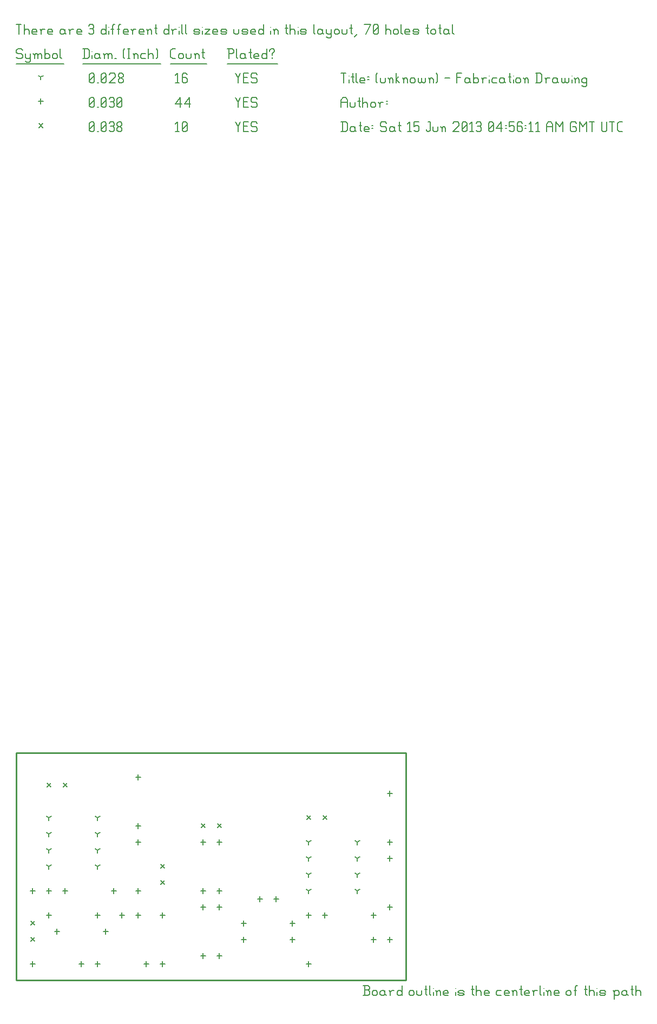
<source format=gbr>
G04 start of page 12 for group -3984 idx -3984 *
G04 Title: (unknown), fab *
G04 Creator: pcb 20110918 *
G04 CreationDate: Sat 15 Jun 2013 04:56:11 AM GMT UTC *
G04 For: commonadmin *
G04 Format: Gerber/RS-274X *
G04 PCB-Dimensions: 600000 500000 *
G04 PCB-Coordinate-Origin: lower left *
%MOIN*%
%FSLAX25Y25*%
%LNFAB*%
%ADD40C,0.0100*%
%ADD39C,0.0075*%
%ADD38C,0.0060*%
%ADD37C,0.0080*%
G54D37*X18800Y121200D02*X21200Y118800D01*
X18800D02*X21200Y121200D01*
X28800D02*X31200Y118800D01*
X28800D02*X31200Y121200D01*
X88800Y71200D02*X91200Y68800D01*
X88800D02*X91200Y71200D01*
X88800Y61200D02*X91200Y58800D01*
X88800D02*X91200Y61200D01*
X8800Y26200D02*X11200Y23800D01*
X8800D02*X11200Y26200D01*
X8800Y36200D02*X11200Y33800D01*
X8800D02*X11200Y36200D01*
X178800Y101200D02*X181200Y98800D01*
X178800D02*X181200Y101200D01*
X188800D02*X191200Y98800D01*
X188800D02*X191200Y101200D01*
X123800Y96200D02*X126200Y93800D01*
X123800D02*X126200Y96200D01*
X113800D02*X116200Y93800D01*
X113800D02*X116200Y96200D01*
X13800Y527450D02*X16200Y525050D01*
X13800D02*X16200Y527450D01*
G54D38*X135000Y528500D02*X136500Y525500D01*
X138000Y528500D01*
X136500Y525500D02*Y522500D01*
X139800Y525800D02*X142050D01*
X139800Y522500D02*X142800D01*
X139800Y528500D02*Y522500D01*
Y528500D02*X142800D01*
X147600D02*X148350Y527750D01*
X145350Y528500D02*X147600D01*
X144600Y527750D02*X145350Y528500D01*
X144600Y527750D02*Y526250D01*
X145350Y525500D01*
X147600D01*
X148350Y524750D01*
Y523250D01*
X147600Y522500D02*X148350Y523250D01*
X145350Y522500D02*X147600D01*
X144600Y523250D02*X145350Y522500D01*
X98000Y527300D02*X99200Y528500D01*
Y522500D01*
X98000D02*X100250D01*
X102050Y523250D02*X102800Y522500D01*
X102050Y527750D02*Y523250D01*
Y527750D02*X102800Y528500D01*
X104300D01*
X105050Y527750D01*
Y523250D01*
X104300Y522500D02*X105050Y523250D01*
X102800Y522500D02*X104300D01*
X102050Y524000D02*X105050Y527000D01*
X45000Y523250D02*X45750Y522500D01*
X45000Y527750D02*Y523250D01*
Y527750D02*X45750Y528500D01*
X47250D01*
X48000Y527750D01*
Y523250D01*
X47250Y522500D02*X48000Y523250D01*
X45750Y522500D02*X47250D01*
X45000Y524000D02*X48000Y527000D01*
X49800Y522500D02*X50550D01*
X52350Y523250D02*X53100Y522500D01*
X52350Y527750D02*Y523250D01*
Y527750D02*X53100Y528500D01*
X54600D01*
X55350Y527750D01*
Y523250D01*
X54600Y522500D02*X55350Y523250D01*
X53100Y522500D02*X54600D01*
X52350Y524000D02*X55350Y527000D01*
X57150Y527750D02*X57900Y528500D01*
X59400D01*
X60150Y527750D01*
X59400Y522500D02*X60150Y523250D01*
X57900Y522500D02*X59400D01*
X57150Y523250D02*X57900Y522500D01*
Y525800D02*X59400D01*
X60150Y527750D02*Y526550D01*
Y525050D02*Y523250D01*
Y525050D02*X59400Y525800D01*
X60150Y526550D02*X59400Y525800D01*
X61950Y523250D02*X62700Y522500D01*
X61950Y524450D02*Y523250D01*
Y524450D02*X63000Y525500D01*
X63900D01*
X64950Y524450D01*
Y523250D01*
X64200Y522500D02*X64950Y523250D01*
X62700Y522500D02*X64200D01*
X61950Y526550D02*X63000Y525500D01*
X61950Y527750D02*Y526550D01*
Y527750D02*X62700Y528500D01*
X64200D01*
X64950Y527750D01*
Y526550D01*
X63900Y525500D02*X64950Y526550D01*
X50000Y11600D02*Y8400D01*
X48400Y10000D02*X51600D01*
X80000Y11600D02*Y8400D01*
X78400Y10000D02*X81600D01*
X20000Y41600D02*Y38400D01*
X18400Y40000D02*X21600D01*
X50000Y41600D02*Y38400D01*
X48400Y40000D02*X51600D01*
X10000Y56600D02*Y53400D01*
X8400Y55000D02*X11600D01*
X20000Y56600D02*Y53400D01*
X18400Y55000D02*X21600D01*
X30000Y56600D02*Y53400D01*
X28400Y55000D02*X31600D01*
X60000Y56600D02*Y53400D01*
X58400Y55000D02*X61600D01*
X75000Y41600D02*Y38400D01*
X73400Y40000D02*X76600D01*
X65000Y41600D02*Y38400D01*
X63400Y40000D02*X66600D01*
X75000Y96600D02*Y93400D01*
X73400Y95000D02*X76600D01*
X75000Y126600D02*Y123400D01*
X73400Y125000D02*X76600D01*
X75000Y56600D02*Y53400D01*
X73400Y55000D02*X76600D01*
X75000Y86600D02*Y83400D01*
X73400Y85000D02*X76600D01*
X55000Y31600D02*Y28400D01*
X53400Y30000D02*X56600D01*
X25000Y31600D02*Y28400D01*
X23400Y30000D02*X26600D01*
X40000Y11600D02*Y8400D01*
X38400Y10000D02*X41600D01*
X10000Y11600D02*Y8400D01*
X8400Y10000D02*X11600D01*
X90000Y11600D02*Y8400D01*
X88400Y10000D02*X91600D01*
X90000Y41600D02*Y38400D01*
X88400Y40000D02*X91600D01*
X125000Y16600D02*Y13400D01*
X123400Y15000D02*X126600D01*
X125000Y46600D02*Y43400D01*
X123400Y45000D02*X126600D01*
X115000Y16600D02*Y13400D01*
X113400Y15000D02*X116600D01*
X115000Y46600D02*Y43400D01*
X113400Y45000D02*X116600D01*
X125000Y56600D02*Y53400D01*
X123400Y55000D02*X126600D01*
X125000Y86600D02*Y83400D01*
X123400Y85000D02*X126600D01*
X115000Y56600D02*Y53400D01*
X113400Y55000D02*X116600D01*
X115000Y86600D02*Y83400D01*
X113400Y85000D02*X116600D01*
X160000Y51600D02*Y48400D01*
X158400Y50000D02*X161600D01*
X150000Y51600D02*Y48400D01*
X148400Y50000D02*X151600D01*
X190000Y41600D02*Y38400D01*
X188400Y40000D02*X191600D01*
X220000Y41600D02*Y38400D01*
X218400Y40000D02*X221600D01*
X230000Y26600D02*Y23400D01*
X228400Y25000D02*X231600D01*
X220000Y26600D02*Y23400D01*
X218400Y25000D02*X221600D01*
X230000Y86600D02*Y83400D01*
X228400Y85000D02*X231600D01*
X230000Y116600D02*Y113400D01*
X228400Y115000D02*X231600D01*
X230000Y46600D02*Y43400D01*
X228400Y45000D02*X231600D01*
X230000Y76600D02*Y73400D01*
X228400Y75000D02*X231600D01*
X180000Y41600D02*Y38400D01*
X178400Y40000D02*X181600D01*
X180000Y11600D02*Y8400D01*
X178400Y10000D02*X181600D01*
X140000Y36600D02*Y33400D01*
X138400Y35000D02*X141600D01*
X170000Y36600D02*Y33400D01*
X168400Y35000D02*X171600D01*
X170000Y26600D02*Y23400D01*
X168400Y25000D02*X171600D01*
X140000Y26600D02*Y23400D01*
X138400Y25000D02*X141600D01*
X15000Y542850D02*Y539650D01*
X13400Y541250D02*X16600D01*
X135000Y543500D02*X136500Y540500D01*
X138000Y543500D01*
X136500Y540500D02*Y537500D01*
X139800Y540800D02*X142050D01*
X139800Y537500D02*X142800D01*
X139800Y543500D02*Y537500D01*
Y543500D02*X142800D01*
X147600D02*X148350Y542750D01*
X145350Y543500D02*X147600D01*
X144600Y542750D02*X145350Y543500D01*
X144600Y542750D02*Y541250D01*
X145350Y540500D01*
X147600D01*
X148350Y539750D01*
Y538250D01*
X147600Y537500D02*X148350Y538250D01*
X145350Y537500D02*X147600D01*
X144600Y538250D02*X145350Y537500D01*
X98000Y539750D02*X101000Y543500D01*
X98000Y539750D02*X101750D01*
X101000Y543500D02*Y537500D01*
X103550Y539750D02*X106550Y543500D01*
X103550Y539750D02*X107300D01*
X106550Y543500D02*Y537500D01*
X45000Y538250D02*X45750Y537500D01*
X45000Y542750D02*Y538250D01*
Y542750D02*X45750Y543500D01*
X47250D01*
X48000Y542750D01*
Y538250D01*
X47250Y537500D02*X48000Y538250D01*
X45750Y537500D02*X47250D01*
X45000Y539000D02*X48000Y542000D01*
X49800Y537500D02*X50550D01*
X52350Y538250D02*X53100Y537500D01*
X52350Y542750D02*Y538250D01*
Y542750D02*X53100Y543500D01*
X54600D01*
X55350Y542750D01*
Y538250D01*
X54600Y537500D02*X55350Y538250D01*
X53100Y537500D02*X54600D01*
X52350Y539000D02*X55350Y542000D01*
X57150Y542750D02*X57900Y543500D01*
X59400D01*
X60150Y542750D01*
X59400Y537500D02*X60150Y538250D01*
X57900Y537500D02*X59400D01*
X57150Y538250D02*X57900Y537500D01*
Y540800D02*X59400D01*
X60150Y542750D02*Y541550D01*
Y540050D02*Y538250D01*
Y540050D02*X59400Y540800D01*
X60150Y541550D02*X59400Y540800D01*
X61950Y538250D02*X62700Y537500D01*
X61950Y542750D02*Y538250D01*
Y542750D02*X62700Y543500D01*
X64200D01*
X64950Y542750D01*
Y538250D01*
X64200Y537500D02*X64950Y538250D01*
X62700Y537500D02*X64200D01*
X61950Y539000D02*X64950Y542000D01*
X20000Y100000D02*Y98400D01*
Y100000D02*X21387Y100800D01*
X20000Y100000D02*X18613Y100800D01*
X20000Y90000D02*Y88400D01*
Y90000D02*X21387Y90800D01*
X20000Y90000D02*X18613Y90800D01*
X20000Y80000D02*Y78400D01*
Y80000D02*X21387Y80800D01*
X20000Y80000D02*X18613Y80800D01*
X20000Y70000D02*Y68400D01*
Y70000D02*X21387Y70800D01*
X20000Y70000D02*X18613Y70800D01*
X50000Y70000D02*Y68400D01*
Y70000D02*X51387Y70800D01*
X50000Y70000D02*X48613Y70800D01*
X50000Y80000D02*Y78400D01*
Y80000D02*X51387Y80800D01*
X50000Y80000D02*X48613Y80800D01*
X50000Y90000D02*Y88400D01*
Y90000D02*X51387Y90800D01*
X50000Y90000D02*X48613Y90800D01*
X50000Y100000D02*Y98400D01*
Y100000D02*X51387Y100800D01*
X50000Y100000D02*X48613Y100800D01*
X180000Y85000D02*Y83400D01*
Y85000D02*X181387Y85800D01*
X180000Y85000D02*X178613Y85800D01*
X180000Y75000D02*Y73400D01*
Y75000D02*X181387Y75800D01*
X180000Y75000D02*X178613Y75800D01*
X180000Y65000D02*Y63400D01*
Y65000D02*X181387Y65800D01*
X180000Y65000D02*X178613Y65800D01*
X180000Y55000D02*Y53400D01*
Y55000D02*X181387Y55800D01*
X180000Y55000D02*X178613Y55800D01*
X210000Y55000D02*Y53400D01*
Y55000D02*X211387Y55800D01*
X210000Y55000D02*X208613Y55800D01*
X210000Y65000D02*Y63400D01*
Y65000D02*X211387Y65800D01*
X210000Y65000D02*X208613Y65800D01*
X210000Y75000D02*Y73400D01*
Y75000D02*X211387Y75800D01*
X210000Y75000D02*X208613Y75800D01*
X210000Y85000D02*Y83400D01*
Y85000D02*X211387Y85800D01*
X210000Y85000D02*X208613Y85800D01*
X15000Y556250D02*Y554650D01*
Y556250D02*X16387Y557050D01*
X15000Y556250D02*X13613Y557050D01*
X135000Y558500D02*X136500Y555500D01*
X138000Y558500D01*
X136500Y555500D02*Y552500D01*
X139800Y555800D02*X142050D01*
X139800Y552500D02*X142800D01*
X139800Y558500D02*Y552500D01*
Y558500D02*X142800D01*
X147600D02*X148350Y557750D01*
X145350Y558500D02*X147600D01*
X144600Y557750D02*X145350Y558500D01*
X144600Y557750D02*Y556250D01*
X145350Y555500D01*
X147600D01*
X148350Y554750D01*
Y553250D01*
X147600Y552500D02*X148350Y553250D01*
X145350Y552500D02*X147600D01*
X144600Y553250D02*X145350Y552500D01*
X98000Y557300D02*X99200Y558500D01*
Y552500D01*
X98000D02*X100250D01*
X104300Y558500D02*X105050Y557750D01*
X102800Y558500D02*X104300D01*
X102050Y557750D02*X102800Y558500D01*
X102050Y557750D02*Y553250D01*
X102800Y552500D01*
X104300Y555800D02*X105050Y555050D01*
X102050Y555800D02*X104300D01*
X102800Y552500D02*X104300D01*
X105050Y553250D01*
Y555050D02*Y553250D01*
X45000D02*X45750Y552500D01*
X45000Y557750D02*Y553250D01*
Y557750D02*X45750Y558500D01*
X47250D01*
X48000Y557750D01*
Y553250D01*
X47250Y552500D02*X48000Y553250D01*
X45750Y552500D02*X47250D01*
X45000Y554000D02*X48000Y557000D01*
X49800Y552500D02*X50550D01*
X52350Y553250D02*X53100Y552500D01*
X52350Y557750D02*Y553250D01*
Y557750D02*X53100Y558500D01*
X54600D01*
X55350Y557750D01*
Y553250D01*
X54600Y552500D02*X55350Y553250D01*
X53100Y552500D02*X54600D01*
X52350Y554000D02*X55350Y557000D01*
X57150Y557750D02*X57900Y558500D01*
X60150D01*
X60900Y557750D01*
Y556250D01*
X57150Y552500D02*X60900Y556250D01*
X57150Y552500D02*X60900D01*
X62700Y553250D02*X63450Y552500D01*
X62700Y554450D02*Y553250D01*
Y554450D02*X63750Y555500D01*
X64650D01*
X65700Y554450D01*
Y553250D01*
X64950Y552500D02*X65700Y553250D01*
X63450Y552500D02*X64950D01*
X62700Y556550D02*X63750Y555500D01*
X62700Y557750D02*Y556550D01*
Y557750D02*X63450Y558500D01*
X64950D01*
X65700Y557750D01*
Y556550D01*
X64650Y555500D02*X65700Y556550D01*
X3000Y573500D02*X3750Y572750D01*
X750Y573500D02*X3000D01*
X0Y572750D02*X750Y573500D01*
X0Y572750D02*Y571250D01*
X750Y570500D01*
X3000D01*
X3750Y569750D01*
Y568250D01*
X3000Y567500D02*X3750Y568250D01*
X750Y567500D02*X3000D01*
X0Y568250D02*X750Y567500D01*
X5550Y570500D02*Y568250D01*
X6300Y567500D01*
X8550Y570500D02*Y566000D01*
X7800Y565250D02*X8550Y566000D01*
X6300Y565250D02*X7800D01*
X5550Y566000D02*X6300Y565250D01*
Y567500D02*X7800D01*
X8550Y568250D01*
X11100Y569750D02*Y567500D01*
Y569750D02*X11850Y570500D01*
X12600D01*
X13350Y569750D01*
Y567500D01*
Y569750D02*X14100Y570500D01*
X14850D01*
X15600Y569750D01*
Y567500D01*
X10350Y570500D02*X11100Y569750D01*
X17400Y573500D02*Y567500D01*
Y568250D02*X18150Y567500D01*
X19650D01*
X20400Y568250D01*
Y569750D02*Y568250D01*
X19650Y570500D02*X20400Y569750D01*
X18150Y570500D02*X19650D01*
X17400Y569750D02*X18150Y570500D01*
X22200Y569750D02*Y568250D01*
Y569750D02*X22950Y570500D01*
X24450D01*
X25200Y569750D01*
Y568250D01*
X24450Y567500D02*X25200Y568250D01*
X22950Y567500D02*X24450D01*
X22200Y568250D02*X22950Y567500D01*
X27000Y573500D02*Y568250D01*
X27750Y567500D01*
X0Y564250D02*X29250D01*
X41750Y573500D02*Y567500D01*
X43700Y573500D02*X44750Y572450D01*
Y568550D01*
X43700Y567500D02*X44750Y568550D01*
X41000Y567500D02*X43700D01*
X41000Y573500D02*X43700D01*
G54D39*X46550Y572000D02*Y571850D01*
G54D38*Y569750D02*Y567500D01*
X50300Y570500D02*X51050Y569750D01*
X48800Y570500D02*X50300D01*
X48050Y569750D02*X48800Y570500D01*
X48050Y569750D02*Y568250D01*
X48800Y567500D01*
X51050Y570500D02*Y568250D01*
X51800Y567500D01*
X48800D02*X50300D01*
X51050Y568250D01*
X54350Y569750D02*Y567500D01*
Y569750D02*X55100Y570500D01*
X55850D01*
X56600Y569750D01*
Y567500D01*
Y569750D02*X57350Y570500D01*
X58100D01*
X58850Y569750D01*
Y567500D01*
X53600Y570500D02*X54350Y569750D01*
X60650Y567500D02*X61400D01*
X65900Y568250D02*X66650Y567500D01*
X65900Y572750D02*X66650Y573500D01*
X65900Y572750D02*Y568250D01*
X68450Y573500D02*X69950D01*
X69200D02*Y567500D01*
X68450D02*X69950D01*
X72500Y569750D02*Y567500D01*
Y569750D02*X73250Y570500D01*
X74000D01*
X74750Y569750D01*
Y567500D01*
X71750Y570500D02*X72500Y569750D01*
X77300Y570500D02*X79550D01*
X76550Y569750D02*X77300Y570500D01*
X76550Y569750D02*Y568250D01*
X77300Y567500D01*
X79550D01*
X81350Y573500D02*Y567500D01*
Y569750D02*X82100Y570500D01*
X83600D01*
X84350Y569750D01*
Y567500D01*
X86150Y573500D02*X86900Y572750D01*
Y568250D01*
X86150Y567500D02*X86900Y568250D01*
X41000Y564250D02*X88700D01*
X96050Y567500D02*X98000D01*
X95000Y568550D02*X96050Y567500D01*
X95000Y572450D02*Y568550D01*
Y572450D02*X96050Y573500D01*
X98000D01*
X99800Y569750D02*Y568250D01*
Y569750D02*X100550Y570500D01*
X102050D01*
X102800Y569750D01*
Y568250D01*
X102050Y567500D02*X102800Y568250D01*
X100550Y567500D02*X102050D01*
X99800Y568250D02*X100550Y567500D01*
X104600Y570500D02*Y568250D01*
X105350Y567500D01*
X106850D01*
X107600Y568250D01*
Y570500D02*Y568250D01*
X110150Y569750D02*Y567500D01*
Y569750D02*X110900Y570500D01*
X111650D01*
X112400Y569750D01*
Y567500D01*
X109400Y570500D02*X110150Y569750D01*
X114950Y573500D02*Y568250D01*
X115700Y567500D01*
X114200Y571250D02*X115700D01*
X95000Y564250D02*X117200D01*
X130750Y573500D02*Y567500D01*
X130000Y573500D02*X133000D01*
X133750Y572750D01*
Y571250D01*
X133000Y570500D02*X133750Y571250D01*
X130750Y570500D02*X133000D01*
X135550Y573500D02*Y568250D01*
X136300Y567500D01*
X140050Y570500D02*X140800Y569750D01*
X138550Y570500D02*X140050D01*
X137800Y569750D02*X138550Y570500D01*
X137800Y569750D02*Y568250D01*
X138550Y567500D01*
X140800Y570500D02*Y568250D01*
X141550Y567500D01*
X138550D02*X140050D01*
X140800Y568250D01*
X144100Y573500D02*Y568250D01*
X144850Y567500D01*
X143350Y571250D02*X144850D01*
X147100Y567500D02*X149350D01*
X146350Y568250D02*X147100Y567500D01*
X146350Y569750D02*Y568250D01*
Y569750D02*X147100Y570500D01*
X148600D01*
X149350Y569750D01*
X146350Y569000D02*X149350D01*
Y569750D02*Y569000D01*
X154150Y573500D02*Y567500D01*
X153400D02*X154150Y568250D01*
X151900Y567500D02*X153400D01*
X151150Y568250D02*X151900Y567500D01*
X151150Y569750D02*Y568250D01*
Y569750D02*X151900Y570500D01*
X153400D01*
X154150Y569750D01*
X157450Y570500D02*Y569750D01*
Y568250D02*Y567500D01*
X155950Y572750D02*Y572000D01*
Y572750D02*X156700Y573500D01*
X158200D01*
X158950Y572750D01*
Y572000D01*
X157450Y570500D02*X158950Y572000D01*
X130000Y564250D02*X160750D01*
X0Y588500D02*X3000D01*
X1500D02*Y582500D01*
X4800Y588500D02*Y582500D01*
Y584750D02*X5550Y585500D01*
X7050D01*
X7800Y584750D01*
Y582500D01*
X10350D02*X12600D01*
X9600Y583250D02*X10350Y582500D01*
X9600Y584750D02*Y583250D01*
Y584750D02*X10350Y585500D01*
X11850D01*
X12600Y584750D01*
X9600Y584000D02*X12600D01*
Y584750D02*Y584000D01*
X15150Y584750D02*Y582500D01*
Y584750D02*X15900Y585500D01*
X17400D01*
X14400D02*X15150Y584750D01*
X19950Y582500D02*X22200D01*
X19200Y583250D02*X19950Y582500D01*
X19200Y584750D02*Y583250D01*
Y584750D02*X19950Y585500D01*
X21450D01*
X22200Y584750D01*
X19200Y584000D02*X22200D01*
Y584750D02*Y584000D01*
X28950Y585500D02*X29700Y584750D01*
X27450Y585500D02*X28950D01*
X26700Y584750D02*X27450Y585500D01*
X26700Y584750D02*Y583250D01*
X27450Y582500D01*
X29700Y585500D02*Y583250D01*
X30450Y582500D01*
X27450D02*X28950D01*
X29700Y583250D01*
X33000Y584750D02*Y582500D01*
Y584750D02*X33750Y585500D01*
X35250D01*
X32250D02*X33000Y584750D01*
X37800Y582500D02*X40050D01*
X37050Y583250D02*X37800Y582500D01*
X37050Y584750D02*Y583250D01*
Y584750D02*X37800Y585500D01*
X39300D01*
X40050Y584750D01*
X37050Y584000D02*X40050D01*
Y584750D02*Y584000D01*
X44550Y587750D02*X45300Y588500D01*
X46800D01*
X47550Y587750D01*
X46800Y582500D02*X47550Y583250D01*
X45300Y582500D02*X46800D01*
X44550Y583250D02*X45300Y582500D01*
Y585800D02*X46800D01*
X47550Y587750D02*Y586550D01*
Y585050D02*Y583250D01*
Y585050D02*X46800Y585800D01*
X47550Y586550D02*X46800Y585800D01*
X55050Y588500D02*Y582500D01*
X54300D02*X55050Y583250D01*
X52800Y582500D02*X54300D01*
X52050Y583250D02*X52800Y582500D01*
X52050Y584750D02*Y583250D01*
Y584750D02*X52800Y585500D01*
X54300D01*
X55050Y584750D01*
G54D39*X56850Y587000D02*Y586850D01*
G54D38*Y584750D02*Y582500D01*
X59100Y587750D02*Y582500D01*
Y587750D02*X59850Y588500D01*
X60600D01*
X58350Y585500D02*X59850D01*
X62850Y587750D02*Y582500D01*
Y587750D02*X63600Y588500D01*
X64350D01*
X62100Y585500D02*X63600D01*
X66600Y582500D02*X68850D01*
X65850Y583250D02*X66600Y582500D01*
X65850Y584750D02*Y583250D01*
Y584750D02*X66600Y585500D01*
X68100D01*
X68850Y584750D01*
X65850Y584000D02*X68850D01*
Y584750D02*Y584000D01*
X71400Y584750D02*Y582500D01*
Y584750D02*X72150Y585500D01*
X73650D01*
X70650D02*X71400Y584750D01*
X76200Y582500D02*X78450D01*
X75450Y583250D02*X76200Y582500D01*
X75450Y584750D02*Y583250D01*
Y584750D02*X76200Y585500D01*
X77700D01*
X78450Y584750D01*
X75450Y584000D02*X78450D01*
Y584750D02*Y584000D01*
X81000Y584750D02*Y582500D01*
Y584750D02*X81750Y585500D01*
X82500D01*
X83250Y584750D01*
Y582500D01*
X80250Y585500D02*X81000Y584750D01*
X85800Y588500D02*Y583250D01*
X86550Y582500D01*
X85050Y586250D02*X86550D01*
X93750Y588500D02*Y582500D01*
X93000D02*X93750Y583250D01*
X91500Y582500D02*X93000D01*
X90750Y583250D02*X91500Y582500D01*
X90750Y584750D02*Y583250D01*
Y584750D02*X91500Y585500D01*
X93000D01*
X93750Y584750D01*
X96300D02*Y582500D01*
Y584750D02*X97050Y585500D01*
X98550D01*
X95550D02*X96300Y584750D01*
G54D39*X100350Y587000D02*Y586850D01*
G54D38*Y584750D02*Y582500D01*
X101850Y588500D02*Y583250D01*
X102600Y582500D01*
X104100Y588500D02*Y583250D01*
X104850Y582500D01*
X109800D02*X112050D01*
X112800Y583250D01*
X112050Y584000D02*X112800Y583250D01*
X109800Y584000D02*X112050D01*
X109050Y584750D02*X109800Y584000D01*
X109050Y584750D02*X109800Y585500D01*
X112050D01*
X112800Y584750D01*
X109050Y583250D02*X109800Y582500D01*
G54D39*X114600Y587000D02*Y586850D01*
G54D38*Y584750D02*Y582500D01*
X116100Y585500D02*X119100D01*
X116100Y582500D02*X119100Y585500D01*
X116100Y582500D02*X119100D01*
X121650D02*X123900D01*
X120900Y583250D02*X121650Y582500D01*
X120900Y584750D02*Y583250D01*
Y584750D02*X121650Y585500D01*
X123150D01*
X123900Y584750D01*
X120900Y584000D02*X123900D01*
Y584750D02*Y584000D01*
X126450Y582500D02*X128700D01*
X129450Y583250D01*
X128700Y584000D02*X129450Y583250D01*
X126450Y584000D02*X128700D01*
X125700Y584750D02*X126450Y584000D01*
X125700Y584750D02*X126450Y585500D01*
X128700D01*
X129450Y584750D01*
X125700Y583250D02*X126450Y582500D01*
X133950Y585500D02*Y583250D01*
X134700Y582500D01*
X136200D01*
X136950Y583250D01*
Y585500D02*Y583250D01*
X139500Y582500D02*X141750D01*
X142500Y583250D01*
X141750Y584000D02*X142500Y583250D01*
X139500Y584000D02*X141750D01*
X138750Y584750D02*X139500Y584000D01*
X138750Y584750D02*X139500Y585500D01*
X141750D01*
X142500Y584750D01*
X138750Y583250D02*X139500Y582500D01*
X145050D02*X147300D01*
X144300Y583250D02*X145050Y582500D01*
X144300Y584750D02*Y583250D01*
Y584750D02*X145050Y585500D01*
X146550D01*
X147300Y584750D01*
X144300Y584000D02*X147300D01*
Y584750D02*Y584000D01*
X152100Y588500D02*Y582500D01*
X151350D02*X152100Y583250D01*
X149850Y582500D02*X151350D01*
X149100Y583250D02*X149850Y582500D01*
X149100Y584750D02*Y583250D01*
Y584750D02*X149850Y585500D01*
X151350D01*
X152100Y584750D01*
G54D39*X156600Y587000D02*Y586850D01*
G54D38*Y584750D02*Y582500D01*
X158850Y584750D02*Y582500D01*
Y584750D02*X159600Y585500D01*
X160350D01*
X161100Y584750D01*
Y582500D01*
X158100Y585500D02*X158850Y584750D01*
X166350Y588500D02*Y583250D01*
X167100Y582500D01*
X165600Y586250D02*X167100D01*
X168600Y588500D02*Y582500D01*
Y584750D02*X169350Y585500D01*
X170850D01*
X171600Y584750D01*
Y582500D01*
G54D39*X173400Y587000D02*Y586850D01*
G54D38*Y584750D02*Y582500D01*
X175650D02*X177900D01*
X178650Y583250D01*
X177900Y584000D02*X178650Y583250D01*
X175650Y584000D02*X177900D01*
X174900Y584750D02*X175650Y584000D01*
X174900Y584750D02*X175650Y585500D01*
X177900D01*
X178650Y584750D01*
X174900Y583250D02*X175650Y582500D01*
X183150Y588500D02*Y583250D01*
X183900Y582500D01*
X187650Y585500D02*X188400Y584750D01*
X186150Y585500D02*X187650D01*
X185400Y584750D02*X186150Y585500D01*
X185400Y584750D02*Y583250D01*
X186150Y582500D01*
X188400Y585500D02*Y583250D01*
X189150Y582500D01*
X186150D02*X187650D01*
X188400Y583250D01*
X190950Y585500D02*Y583250D01*
X191700Y582500D01*
X193950Y585500D02*Y581000D01*
X193200Y580250D02*X193950Y581000D01*
X191700Y580250D02*X193200D01*
X190950Y581000D02*X191700Y580250D01*
Y582500D02*X193200D01*
X193950Y583250D01*
X195750Y584750D02*Y583250D01*
Y584750D02*X196500Y585500D01*
X198000D01*
X198750Y584750D01*
Y583250D01*
X198000Y582500D02*X198750Y583250D01*
X196500Y582500D02*X198000D01*
X195750Y583250D02*X196500Y582500D01*
X200550Y585500D02*Y583250D01*
X201300Y582500D01*
X202800D01*
X203550Y583250D01*
Y585500D02*Y583250D01*
X206100Y588500D02*Y583250D01*
X206850Y582500D01*
X205350Y586250D02*X206850D01*
X208350Y581000D02*X209850Y582500D01*
X215100D02*X218100Y588500D01*
X214350D02*X218100D01*
X219900Y583250D02*X220650Y582500D01*
X219900Y587750D02*Y583250D01*
Y587750D02*X220650Y588500D01*
X222150D01*
X222900Y587750D01*
Y583250D01*
X222150Y582500D02*X222900Y583250D01*
X220650Y582500D02*X222150D01*
X219900Y584000D02*X222900Y587000D01*
X227400Y588500D02*Y582500D01*
Y584750D02*X228150Y585500D01*
X229650D01*
X230400Y584750D01*
Y582500D01*
X232200Y584750D02*Y583250D01*
Y584750D02*X232950Y585500D01*
X234450D01*
X235200Y584750D01*
Y583250D01*
X234450Y582500D02*X235200Y583250D01*
X232950Y582500D02*X234450D01*
X232200Y583250D02*X232950Y582500D01*
X237000Y588500D02*Y583250D01*
X237750Y582500D01*
X240000D02*X242250D01*
X239250Y583250D02*X240000Y582500D01*
X239250Y584750D02*Y583250D01*
Y584750D02*X240000Y585500D01*
X241500D01*
X242250Y584750D01*
X239250Y584000D02*X242250D01*
Y584750D02*Y584000D01*
X244800Y582500D02*X247050D01*
X247800Y583250D01*
X247050Y584000D02*X247800Y583250D01*
X244800Y584000D02*X247050D01*
X244050Y584750D02*X244800Y584000D01*
X244050Y584750D02*X244800Y585500D01*
X247050D01*
X247800Y584750D01*
X244050Y583250D02*X244800Y582500D01*
X253050Y588500D02*Y583250D01*
X253800Y582500D01*
X252300Y586250D02*X253800D01*
X255300Y584750D02*Y583250D01*
Y584750D02*X256050Y585500D01*
X257550D01*
X258300Y584750D01*
Y583250D01*
X257550Y582500D02*X258300Y583250D01*
X256050Y582500D02*X257550D01*
X255300Y583250D02*X256050Y582500D01*
X260850Y588500D02*Y583250D01*
X261600Y582500D01*
X260100Y586250D02*X261600D01*
X265350Y585500D02*X266100Y584750D01*
X263850Y585500D02*X265350D01*
X263100Y584750D02*X263850Y585500D01*
X263100Y584750D02*Y583250D01*
X263850Y582500D01*
X266100Y585500D02*Y583250D01*
X266850Y582500D01*
X263850D02*X265350D01*
X266100Y583250D01*
X268650Y588500D02*Y583250D01*
X269400Y582500D01*
G54D40*X0Y0D02*X240000D01*
Y140000D01*
X0D01*
Y0D01*
G54D38*X213675Y-9500D02*X216675D01*
X217425Y-8750D01*
Y-6950D02*Y-8750D01*
X216675Y-6200D02*X217425Y-6950D01*
X214425Y-6200D02*X216675D01*
X214425Y-3500D02*Y-9500D01*
X213675Y-3500D02*X216675D01*
X217425Y-4250D01*
Y-5450D01*
X216675Y-6200D02*X217425Y-5450D01*
X219225Y-7250D02*Y-8750D01*
Y-7250D02*X219975Y-6500D01*
X221475D01*
X222225Y-7250D01*
Y-8750D01*
X221475Y-9500D02*X222225Y-8750D01*
X219975Y-9500D02*X221475D01*
X219225Y-8750D02*X219975Y-9500D01*
X226275Y-6500D02*X227025Y-7250D01*
X224775Y-6500D02*X226275D01*
X224025Y-7250D02*X224775Y-6500D01*
X224025Y-7250D02*Y-8750D01*
X224775Y-9500D01*
X227025Y-6500D02*Y-8750D01*
X227775Y-9500D01*
X224775D02*X226275D01*
X227025Y-8750D01*
X230325Y-7250D02*Y-9500D01*
Y-7250D02*X231075Y-6500D01*
X232575D01*
X229575D02*X230325Y-7250D01*
X237375Y-3500D02*Y-9500D01*
X236625D02*X237375Y-8750D01*
X235125Y-9500D02*X236625D01*
X234375Y-8750D02*X235125Y-9500D01*
X234375Y-7250D02*Y-8750D01*
Y-7250D02*X235125Y-6500D01*
X236625D01*
X237375Y-7250D01*
X241875D02*Y-8750D01*
Y-7250D02*X242625Y-6500D01*
X244125D01*
X244875Y-7250D01*
Y-8750D01*
X244125Y-9500D02*X244875Y-8750D01*
X242625Y-9500D02*X244125D01*
X241875Y-8750D02*X242625Y-9500D01*
X246675Y-6500D02*Y-8750D01*
X247425Y-9500D01*
X248925D01*
X249675Y-8750D01*
Y-6500D02*Y-8750D01*
X252225Y-3500D02*Y-8750D01*
X252975Y-9500D01*
X251475Y-5750D02*X252975D01*
X254475Y-3500D02*Y-8750D01*
X255225Y-9500D01*
G54D39*X256725Y-5000D02*Y-5150D01*
G54D38*Y-7250D02*Y-9500D01*
X258975Y-7250D02*Y-9500D01*
Y-7250D02*X259725Y-6500D01*
X260475D01*
X261225Y-7250D01*
Y-9500D01*
X258225Y-6500D02*X258975Y-7250D01*
X263775Y-9500D02*X266025D01*
X263025Y-8750D02*X263775Y-9500D01*
X263025Y-7250D02*Y-8750D01*
Y-7250D02*X263775Y-6500D01*
X265275D01*
X266025Y-7250D01*
X263025Y-8000D02*X266025D01*
Y-7250D02*Y-8000D01*
G54D39*X270525Y-5000D02*Y-5150D01*
G54D38*Y-7250D02*Y-9500D01*
X272775D02*X275025D01*
X275775Y-8750D01*
X275025Y-8000D02*X275775Y-8750D01*
X272775Y-8000D02*X275025D01*
X272025Y-7250D02*X272775Y-8000D01*
X272025Y-7250D02*X272775Y-6500D01*
X275025D01*
X275775Y-7250D01*
X272025Y-8750D02*X272775Y-9500D01*
X281025Y-3500D02*Y-8750D01*
X281775Y-9500D01*
X280275Y-5750D02*X281775D01*
X283275Y-3500D02*Y-9500D01*
Y-7250D02*X284025Y-6500D01*
X285525D01*
X286275Y-7250D01*
Y-9500D01*
X288825D02*X291075D01*
X288075Y-8750D02*X288825Y-9500D01*
X288075Y-7250D02*Y-8750D01*
Y-7250D02*X288825Y-6500D01*
X290325D01*
X291075Y-7250D01*
X288075Y-8000D02*X291075D01*
Y-7250D02*Y-8000D01*
X296325Y-6500D02*X298575D01*
X295575Y-7250D02*X296325Y-6500D01*
X295575Y-7250D02*Y-8750D01*
X296325Y-9500D01*
X298575D01*
X301125D02*X303375D01*
X300375Y-8750D02*X301125Y-9500D01*
X300375Y-7250D02*Y-8750D01*
Y-7250D02*X301125Y-6500D01*
X302625D01*
X303375Y-7250D01*
X300375Y-8000D02*X303375D01*
Y-7250D02*Y-8000D01*
X305925Y-7250D02*Y-9500D01*
Y-7250D02*X306675Y-6500D01*
X307425D01*
X308175Y-7250D01*
Y-9500D01*
X305175Y-6500D02*X305925Y-7250D01*
X310725Y-3500D02*Y-8750D01*
X311475Y-9500D01*
X309975Y-5750D02*X311475D01*
X313725Y-9500D02*X315975D01*
X312975Y-8750D02*X313725Y-9500D01*
X312975Y-7250D02*Y-8750D01*
Y-7250D02*X313725Y-6500D01*
X315225D01*
X315975Y-7250D01*
X312975Y-8000D02*X315975D01*
Y-7250D02*Y-8000D01*
X318525Y-7250D02*Y-9500D01*
Y-7250D02*X319275Y-6500D01*
X320775D01*
X317775D02*X318525Y-7250D01*
X322575Y-3500D02*Y-8750D01*
X323325Y-9500D01*
G54D39*X324825Y-5000D02*Y-5150D01*
G54D38*Y-7250D02*Y-9500D01*
X327075Y-7250D02*Y-9500D01*
Y-7250D02*X327825Y-6500D01*
X328575D01*
X329325Y-7250D01*
Y-9500D01*
X326325Y-6500D02*X327075Y-7250D01*
X331875Y-9500D02*X334125D01*
X331125Y-8750D02*X331875Y-9500D01*
X331125Y-7250D02*Y-8750D01*
Y-7250D02*X331875Y-6500D01*
X333375D01*
X334125Y-7250D01*
X331125Y-8000D02*X334125D01*
Y-7250D02*Y-8000D01*
X338625Y-7250D02*Y-8750D01*
Y-7250D02*X339375Y-6500D01*
X340875D01*
X341625Y-7250D01*
Y-8750D01*
X340875Y-9500D02*X341625Y-8750D01*
X339375Y-9500D02*X340875D01*
X338625Y-8750D02*X339375Y-9500D01*
X344175Y-4250D02*Y-9500D01*
Y-4250D02*X344925Y-3500D01*
X345675D01*
X343425Y-6500D02*X344925D01*
X350625Y-3500D02*Y-8750D01*
X351375Y-9500D01*
X349875Y-5750D02*X351375D01*
X352875Y-3500D02*Y-9500D01*
Y-7250D02*X353625Y-6500D01*
X355125D01*
X355875Y-7250D01*
Y-9500D01*
G54D39*X357675Y-5000D02*Y-5150D01*
G54D38*Y-7250D02*Y-9500D01*
X359925D02*X362175D01*
X362925Y-8750D01*
X362175Y-8000D02*X362925Y-8750D01*
X359925Y-8000D02*X362175D01*
X359175Y-7250D02*X359925Y-8000D01*
X359175Y-7250D02*X359925Y-6500D01*
X362175D01*
X362925Y-7250D01*
X359175Y-8750D02*X359925Y-9500D01*
X368175Y-7250D02*Y-11750D01*
X367425Y-6500D02*X368175Y-7250D01*
X368925Y-6500D01*
X370425D01*
X371175Y-7250D01*
Y-8750D01*
X370425Y-9500D02*X371175Y-8750D01*
X368925Y-9500D02*X370425D01*
X368175Y-8750D02*X368925Y-9500D01*
X375225Y-6500D02*X375975Y-7250D01*
X373725Y-6500D02*X375225D01*
X372975Y-7250D02*X373725Y-6500D01*
X372975Y-7250D02*Y-8750D01*
X373725Y-9500D01*
X375975Y-6500D02*Y-8750D01*
X376725Y-9500D01*
X373725D02*X375225D01*
X375975Y-8750D01*
X379275Y-3500D02*Y-8750D01*
X380025Y-9500D01*
X378525Y-5750D02*X380025D01*
X381525Y-3500D02*Y-9500D01*
Y-7250D02*X382275Y-6500D01*
X383775D01*
X384525Y-7250D01*
Y-9500D01*
X200750Y528500D02*Y522500D01*
X202700Y528500D02*X203750Y527450D01*
Y523550D01*
X202700Y522500D02*X203750Y523550D01*
X200000Y522500D02*X202700D01*
X200000Y528500D02*X202700D01*
X207800Y525500D02*X208550Y524750D01*
X206300Y525500D02*X207800D01*
X205550Y524750D02*X206300Y525500D01*
X205550Y524750D02*Y523250D01*
X206300Y522500D01*
X208550Y525500D02*Y523250D01*
X209300Y522500D01*
X206300D02*X207800D01*
X208550Y523250D01*
X211850Y528500D02*Y523250D01*
X212600Y522500D01*
X211100Y526250D02*X212600D01*
X214850Y522500D02*X217100D01*
X214100Y523250D02*X214850Y522500D01*
X214100Y524750D02*Y523250D01*
Y524750D02*X214850Y525500D01*
X216350D01*
X217100Y524750D01*
X214100Y524000D02*X217100D01*
Y524750D02*Y524000D01*
X218900Y526250D02*X219650D01*
X218900Y524750D02*X219650D01*
X227150Y528500D02*X227900Y527750D01*
X224900Y528500D02*X227150D01*
X224150Y527750D02*X224900Y528500D01*
X224150Y527750D02*Y526250D01*
X224900Y525500D01*
X227150D01*
X227900Y524750D01*
Y523250D01*
X227150Y522500D02*X227900Y523250D01*
X224900Y522500D02*X227150D01*
X224150Y523250D02*X224900Y522500D01*
X231950Y525500D02*X232700Y524750D01*
X230450Y525500D02*X231950D01*
X229700Y524750D02*X230450Y525500D01*
X229700Y524750D02*Y523250D01*
X230450Y522500D01*
X232700Y525500D02*Y523250D01*
X233450Y522500D01*
X230450D02*X231950D01*
X232700Y523250D01*
X236000Y528500D02*Y523250D01*
X236750Y522500D01*
X235250Y526250D02*X236750D01*
X240950Y527300D02*X242150Y528500D01*
Y522500D01*
X240950D02*X243200D01*
X245000Y528500D02*X248000D01*
X245000D02*Y525500D01*
X245750Y526250D01*
X247250D01*
X248000Y525500D01*
Y523250D01*
X247250Y522500D02*X248000Y523250D01*
X245750Y522500D02*X247250D01*
X245000Y523250D02*X245750Y522500D01*
X253550Y528500D02*X254750D01*
Y523250D01*
X254000Y522500D02*X254750Y523250D01*
X253250Y522500D02*X254000D01*
X252500Y523250D02*X253250Y522500D01*
X252500Y524000D02*Y523250D01*
X256550Y525500D02*Y523250D01*
X257300Y522500D01*
X258800D01*
X259550Y523250D01*
Y525500D02*Y523250D01*
X262100Y524750D02*Y522500D01*
Y524750D02*X262850Y525500D01*
X263600D01*
X264350Y524750D01*
Y522500D01*
X261350Y525500D02*X262100Y524750D01*
X268850Y527750D02*X269600Y528500D01*
X271850D01*
X272600Y527750D01*
Y526250D01*
X268850Y522500D02*X272600Y526250D01*
X268850Y522500D02*X272600D01*
X274400Y523250D02*X275150Y522500D01*
X274400Y527750D02*Y523250D01*
Y527750D02*X275150Y528500D01*
X276650D01*
X277400Y527750D01*
Y523250D01*
X276650Y522500D02*X277400Y523250D01*
X275150Y522500D02*X276650D01*
X274400Y524000D02*X277400Y527000D01*
X279200Y527300D02*X280400Y528500D01*
Y522500D01*
X279200D02*X281450D01*
X283250Y527750D02*X284000Y528500D01*
X285500D01*
X286250Y527750D01*
X285500Y522500D02*X286250Y523250D01*
X284000Y522500D02*X285500D01*
X283250Y523250D02*X284000Y522500D01*
Y525800D02*X285500D01*
X286250Y527750D02*Y526550D01*
Y525050D02*Y523250D01*
Y525050D02*X285500Y525800D01*
X286250Y526550D02*X285500Y525800D01*
X290750Y523250D02*X291500Y522500D01*
X290750Y527750D02*Y523250D01*
Y527750D02*X291500Y528500D01*
X293000D01*
X293750Y527750D01*
Y523250D01*
X293000Y522500D02*X293750Y523250D01*
X291500Y522500D02*X293000D01*
X290750Y524000D02*X293750Y527000D01*
X295550Y524750D02*X298550Y528500D01*
X295550Y524750D02*X299300D01*
X298550Y528500D02*Y522500D01*
X301100Y526250D02*X301850D01*
X301100Y524750D02*X301850D01*
X303650Y528500D02*X306650D01*
X303650D02*Y525500D01*
X304400Y526250D01*
X305900D01*
X306650Y525500D01*
Y523250D01*
X305900Y522500D02*X306650Y523250D01*
X304400Y522500D02*X305900D01*
X303650Y523250D02*X304400Y522500D01*
X310700Y528500D02*X311450Y527750D01*
X309200Y528500D02*X310700D01*
X308450Y527750D02*X309200Y528500D01*
X308450Y527750D02*Y523250D01*
X309200Y522500D01*
X310700Y525800D02*X311450Y525050D01*
X308450Y525800D02*X310700D01*
X309200Y522500D02*X310700D01*
X311450Y523250D01*
Y525050D02*Y523250D01*
X313250Y526250D02*X314000D01*
X313250Y524750D02*X314000D01*
X315800Y527300D02*X317000Y528500D01*
Y522500D01*
X315800D02*X318050D01*
X319850Y527300D02*X321050Y528500D01*
Y522500D01*
X319850D02*X322100D01*
X326600Y527000D02*Y522500D01*
Y527000D02*X327650Y528500D01*
X329300D01*
X330350Y527000D01*
Y522500D01*
X326600Y525500D02*X330350D01*
X332150Y528500D02*Y522500D01*
Y528500D02*X334400Y525500D01*
X336650Y528500D01*
Y522500D01*
X344150Y528500D02*X344900Y527750D01*
X341900Y528500D02*X344150D01*
X341150Y527750D02*X341900Y528500D01*
X341150Y527750D02*Y523250D01*
X341900Y522500D01*
X344150D01*
X344900Y523250D01*
Y524750D02*Y523250D01*
X344150Y525500D02*X344900Y524750D01*
X342650Y525500D02*X344150D01*
X346700Y528500D02*Y522500D01*
Y528500D02*X348950Y525500D01*
X351200Y528500D01*
Y522500D01*
X353000Y528500D02*X356000D01*
X354500D02*Y522500D01*
X360500Y528500D02*Y523250D01*
X361250Y522500D01*
X362750D01*
X363500Y523250D01*
Y528500D02*Y523250D01*
X365300Y528500D02*X368300D01*
X366800D02*Y522500D01*
X371150D02*X373100D01*
X370100Y523550D02*X371150Y522500D01*
X370100Y527450D02*Y523550D01*
Y527450D02*X371150Y528500D01*
X373100D01*
X200000Y542000D02*Y537500D01*
Y542000D02*X201050Y543500D01*
X202700D01*
X203750Y542000D01*
Y537500D01*
X200000Y540500D02*X203750D01*
X205550D02*Y538250D01*
X206300Y537500D01*
X207800D01*
X208550Y538250D01*
Y540500D02*Y538250D01*
X211100Y543500D02*Y538250D01*
X211850Y537500D01*
X210350Y541250D02*X211850D01*
X213350Y543500D02*Y537500D01*
Y539750D02*X214100Y540500D01*
X215600D01*
X216350Y539750D01*
Y537500D01*
X218150Y539750D02*Y538250D01*
Y539750D02*X218900Y540500D01*
X220400D01*
X221150Y539750D01*
Y538250D01*
X220400Y537500D02*X221150Y538250D01*
X218900Y537500D02*X220400D01*
X218150Y538250D02*X218900Y537500D01*
X223700Y539750D02*Y537500D01*
Y539750D02*X224450Y540500D01*
X225950D01*
X222950D02*X223700Y539750D01*
X227750Y541250D02*X228500D01*
X227750Y539750D02*X228500D01*
X200000Y558500D02*X203000D01*
X201500D02*Y552500D01*
G54D39*X204800Y557000D02*Y556850D01*
G54D38*Y554750D02*Y552500D01*
X207050Y558500D02*Y553250D01*
X207800Y552500D01*
X206300Y556250D02*X207800D01*
X209300Y558500D02*Y553250D01*
X210050Y552500D01*
X212300D02*X214550D01*
X211550Y553250D02*X212300Y552500D01*
X211550Y554750D02*Y553250D01*
Y554750D02*X212300Y555500D01*
X213800D01*
X214550Y554750D01*
X211550Y554000D02*X214550D01*
Y554750D02*Y554000D01*
X216350Y556250D02*X217100D01*
X216350Y554750D02*X217100D01*
X221600Y553250D02*X222350Y552500D01*
X221600Y557750D02*X222350Y558500D01*
X221600Y557750D02*Y553250D01*
X224150Y555500D02*Y553250D01*
X224900Y552500D01*
X226400D01*
X227150Y553250D01*
Y555500D02*Y553250D01*
X229700Y554750D02*Y552500D01*
Y554750D02*X230450Y555500D01*
X231200D01*
X231950Y554750D01*
Y552500D01*
X228950Y555500D02*X229700Y554750D01*
X233750Y558500D02*Y552500D01*
Y554750D02*X236000Y552500D01*
X233750Y554750D02*X235250Y556250D01*
X238550Y554750D02*Y552500D01*
Y554750D02*X239300Y555500D01*
X240050D01*
X240800Y554750D01*
Y552500D01*
X237800Y555500D02*X238550Y554750D01*
X242600D02*Y553250D01*
Y554750D02*X243350Y555500D01*
X244850D01*
X245600Y554750D01*
Y553250D01*
X244850Y552500D02*X245600Y553250D01*
X243350Y552500D02*X244850D01*
X242600Y553250D02*X243350Y552500D01*
X247400Y555500D02*Y553250D01*
X248150Y552500D01*
X248900D01*
X249650Y553250D01*
Y555500D02*Y553250D01*
X250400Y552500D01*
X251150D01*
X251900Y553250D01*
Y555500D02*Y553250D01*
X254450Y554750D02*Y552500D01*
Y554750D02*X255200Y555500D01*
X255950D01*
X256700Y554750D01*
Y552500D01*
X253700Y555500D02*X254450Y554750D01*
X258500Y558500D02*X259250Y557750D01*
Y553250D01*
X258500Y552500D02*X259250Y553250D01*
X263750Y555500D02*X266750D01*
X271250Y558500D02*Y552500D01*
Y558500D02*X274250D01*
X271250Y555800D02*X273500D01*
X278300Y555500D02*X279050Y554750D01*
X276800Y555500D02*X278300D01*
X276050Y554750D02*X276800Y555500D01*
X276050Y554750D02*Y553250D01*
X276800Y552500D01*
X279050Y555500D02*Y553250D01*
X279800Y552500D01*
X276800D02*X278300D01*
X279050Y553250D01*
X281600Y558500D02*Y552500D01*
Y553250D02*X282350Y552500D01*
X283850D01*
X284600Y553250D01*
Y554750D02*Y553250D01*
X283850Y555500D02*X284600Y554750D01*
X282350Y555500D02*X283850D01*
X281600Y554750D02*X282350Y555500D01*
X287150Y554750D02*Y552500D01*
Y554750D02*X287900Y555500D01*
X289400D01*
X286400D02*X287150Y554750D01*
G54D39*X291200Y557000D02*Y556850D01*
G54D38*Y554750D02*Y552500D01*
X293450Y555500D02*X295700D01*
X292700Y554750D02*X293450Y555500D01*
X292700Y554750D02*Y553250D01*
X293450Y552500D01*
X295700D01*
X299750Y555500D02*X300500Y554750D01*
X298250Y555500D02*X299750D01*
X297500Y554750D02*X298250Y555500D01*
X297500Y554750D02*Y553250D01*
X298250Y552500D01*
X300500Y555500D02*Y553250D01*
X301250Y552500D01*
X298250D02*X299750D01*
X300500Y553250D01*
X303800Y558500D02*Y553250D01*
X304550Y552500D01*
X303050Y556250D02*X304550D01*
G54D39*X306050Y557000D02*Y556850D01*
G54D38*Y554750D02*Y552500D01*
X307550Y554750D02*Y553250D01*
Y554750D02*X308300Y555500D01*
X309800D01*
X310550Y554750D01*
Y553250D01*
X309800Y552500D02*X310550Y553250D01*
X308300Y552500D02*X309800D01*
X307550Y553250D02*X308300Y552500D01*
X313100Y554750D02*Y552500D01*
Y554750D02*X313850Y555500D01*
X314600D01*
X315350Y554750D01*
Y552500D01*
X312350Y555500D02*X313100Y554750D01*
X320600Y558500D02*Y552500D01*
X322550Y558500D02*X323600Y557450D01*
Y553550D01*
X322550Y552500D02*X323600Y553550D01*
X319850Y552500D02*X322550D01*
X319850Y558500D02*X322550D01*
X326150Y554750D02*Y552500D01*
Y554750D02*X326900Y555500D01*
X328400D01*
X325400D02*X326150Y554750D01*
X332450Y555500D02*X333200Y554750D01*
X330950Y555500D02*X332450D01*
X330200Y554750D02*X330950Y555500D01*
X330200Y554750D02*Y553250D01*
X330950Y552500D01*
X333200Y555500D02*Y553250D01*
X333950Y552500D01*
X330950D02*X332450D01*
X333200Y553250D01*
X335750Y555500D02*Y553250D01*
X336500Y552500D01*
X337250D01*
X338000Y553250D01*
Y555500D02*Y553250D01*
X338750Y552500D01*
X339500D01*
X340250Y553250D01*
Y555500D02*Y553250D01*
G54D39*X342050Y557000D02*Y556850D01*
G54D38*Y554750D02*Y552500D01*
X344300Y554750D02*Y552500D01*
Y554750D02*X345050Y555500D01*
X345800D01*
X346550Y554750D01*
Y552500D01*
X343550Y555500D02*X344300Y554750D01*
X350600Y555500D02*X351350Y554750D01*
X349100Y555500D02*X350600D01*
X348350Y554750D02*X349100Y555500D01*
X348350Y554750D02*Y553250D01*
X349100Y552500D01*
X350600D01*
X351350Y553250D01*
X348350Y551000D02*X349100Y550250D01*
X350600D01*
X351350Y551000D01*
Y555500D02*Y551000D01*
M02*

</source>
